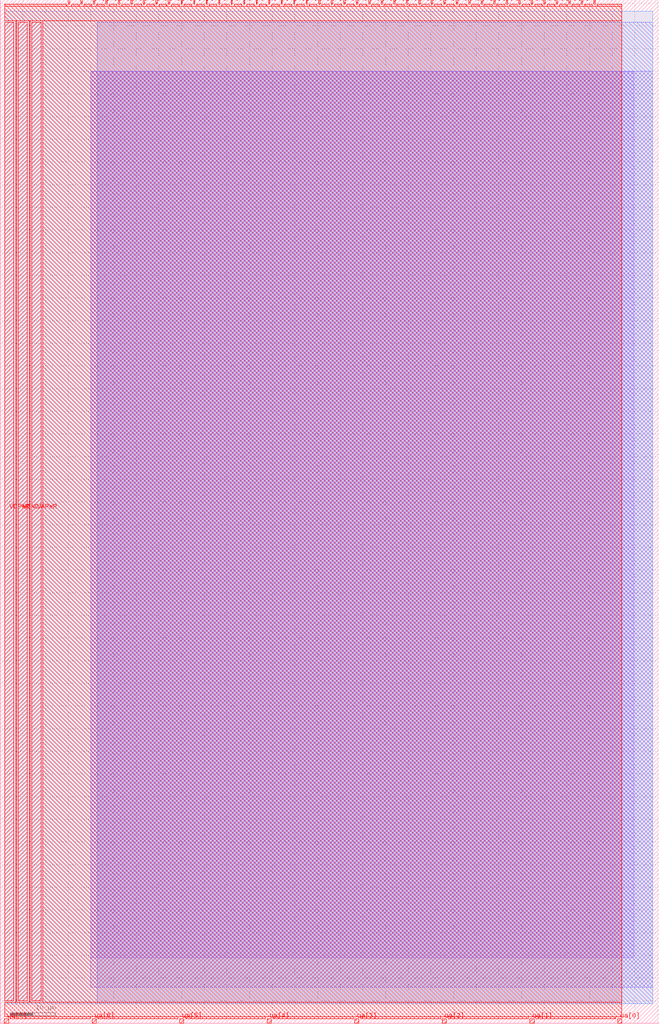
<source format=lef>
VERSION 5.7 ;
  NOWIREEXTENSIONATPIN ON ;
  DIVIDERCHAR "/" ;
  BUSBITCHARS "[]" ;
MACRO tt_um_mattvenn_r2r_dac_3v3
  CLASS BLOCK ;
  FOREIGN tt_um_mattvenn_r2r_dac_3v3 ;
  ORIGIN 0.000 0.000 ;
  SIZE 145.360 BY 225.760 ;
  PIN clk
    DIRECTION INPUT ;
    USE SIGNAL ;
    ANTENNAGATEAREA 0.852000 ;
    PORT
      LAYER met4 ;
        RECT 128.190 224.760 128.490 225.760 ;
    END
  END clk
  PIN ena
    DIRECTION INPUT ;
    USE SIGNAL ;
    PORT
      LAYER met4 ;
        RECT 130.950 224.760 131.250 225.760 ;
    END
  END ena
  PIN rst_n
    DIRECTION INPUT ;
    USE SIGNAL ;
    ANTENNAGATEAREA 0.196500 ;
    PORT
      LAYER met4 ;
        RECT 125.430 224.760 125.730 225.760 ;
    END
  END rst_n
  PIN ua[0]
    DIRECTION INOUT ;
    USE SIGNAL ;
    PORT
      LAYER met4 ;
        RECT 136.170 0.000 137.070 1.000 ;
    END
  END ua[0]
  PIN ua[1]
    DIRECTION INOUT ;
    USE SIGNAL ;
    PORT
      LAYER met4 ;
        RECT 116.850 0.000 117.750 1.000 ;
    END
  END ua[1]
  PIN ua[2]
    DIRECTION INOUT ;
    USE SIGNAL ;
    PORT
      LAYER met4 ;
        RECT 97.530 0.000 98.430 1.000 ;
    END
  END ua[2]
  PIN ua[3]
    DIRECTION INOUT ;
    USE SIGNAL ;
    PORT
      LAYER met4 ;
        RECT 78.210 0.000 79.110 1.000 ;
    END
  END ua[3]
  PIN ua[4]
    DIRECTION INOUT ;
    USE SIGNAL ;
    PORT
      LAYER met4 ;
        RECT 58.890 0.000 59.790 1.000 ;
    END
  END ua[4]
  PIN ua[5]
    DIRECTION INOUT ;
    USE SIGNAL ;
    PORT
      LAYER met4 ;
        RECT 39.570 0.000 40.470 1.000 ;
    END
  END ua[5]
  PIN ua[6]
    DIRECTION INOUT ;
    USE SIGNAL ;
    PORT
      LAYER met4 ;
        RECT 20.250 0.000 21.150 1.000 ;
    END
  END ua[6]
  PIN ua[7]
    DIRECTION INOUT ;
    USE SIGNAL ;
    PORT
      LAYER met4 ;
        RECT 0.930 0.000 1.830 1.000 ;
    END
  END ua[7]
  PIN ui_in[0]
    DIRECTION INPUT ;
    USE SIGNAL ;
    ANTENNAGATEAREA 0.196500 ;
    PORT
      LAYER met4 ;
        RECT 122.670 224.760 122.970 225.760 ;
    END
  END ui_in[0]
  PIN ui_in[1]
    DIRECTION INPUT ;
    USE SIGNAL ;
    ANTENNAGATEAREA 0.196500 ;
    PORT
      LAYER met4 ;
        RECT 119.910 224.760 120.210 225.760 ;
    END
  END ui_in[1]
  PIN ui_in[2]
    DIRECTION INPUT ;
    USE SIGNAL ;
    ANTENNAGATEAREA 0.196500 ;
    PORT
      LAYER met4 ;
        RECT 117.150 224.760 117.450 225.760 ;
    END
  END ui_in[2]
  PIN ui_in[3]
    DIRECTION INPUT ;
    USE SIGNAL ;
    ANTENNAGATEAREA 0.196500 ;
    PORT
      LAYER met4 ;
        RECT 114.390 224.760 114.690 225.760 ;
    END
  END ui_in[3]
  PIN ui_in[4]
    DIRECTION INPUT ;
    USE SIGNAL ;
    ANTENNAGATEAREA 0.196500 ;
    PORT
      LAYER met4 ;
        RECT 111.630 224.760 111.930 225.760 ;
    END
  END ui_in[4]
  PIN ui_in[5]
    DIRECTION INPUT ;
    USE SIGNAL ;
    ANTENNAGATEAREA 0.196500 ;
    PORT
      LAYER met4 ;
        RECT 108.870 224.760 109.170 225.760 ;
    END
  END ui_in[5]
  PIN ui_in[6]
    DIRECTION INPUT ;
    USE SIGNAL ;
    ANTENNAGATEAREA 0.196500 ;
    PORT
      LAYER met4 ;
        RECT 106.110 224.760 106.410 225.760 ;
    END
  END ui_in[6]
  PIN ui_in[7]
    DIRECTION INPUT ;
    USE SIGNAL ;
    ANTENNAGATEAREA 0.196500 ;
    PORT
      LAYER met4 ;
        RECT 103.350 224.760 103.650 225.760 ;
    END
  END ui_in[7]
  PIN uio_in[0]
    DIRECTION INPUT ;
    USE SIGNAL ;
    ANTENNAGATEAREA 0.196500 ;
    PORT
      LAYER met4 ;
        RECT 100.590 224.760 100.890 225.760 ;
    END
  END uio_in[0]
  PIN uio_in[1]
    DIRECTION INPUT ;
    USE SIGNAL ;
    ANTENNAGATEAREA 0.126000 ;
    PORT
      LAYER met4 ;
        RECT 97.830 224.760 98.130 225.760 ;
    END
  END uio_in[1]
  PIN uio_in[2]
    DIRECTION INPUT ;
    USE SIGNAL ;
    PORT
      LAYER met4 ;
        RECT 95.070 224.760 95.370 225.760 ;
    END
  END uio_in[2]
  PIN uio_in[3]
    DIRECTION INPUT ;
    USE SIGNAL ;
    PORT
      LAYER met4 ;
        RECT 92.310 224.760 92.610 225.760 ;
    END
  END uio_in[3]
  PIN uio_in[4]
    DIRECTION INPUT ;
    USE SIGNAL ;
    PORT
      LAYER met4 ;
        RECT 89.550 224.760 89.850 225.760 ;
    END
  END uio_in[4]
  PIN uio_in[5]
    DIRECTION INPUT ;
    USE SIGNAL ;
    PORT
      LAYER met4 ;
        RECT 86.790 224.760 87.090 225.760 ;
    END
  END uio_in[5]
  PIN uio_in[6]
    DIRECTION INPUT ;
    USE SIGNAL ;
    PORT
      LAYER met4 ;
        RECT 84.030 224.760 84.330 225.760 ;
    END
  END uio_in[6]
  PIN uio_in[7]
    DIRECTION INPUT ;
    USE SIGNAL ;
    PORT
      LAYER met4 ;
        RECT 81.270 224.760 81.570 225.760 ;
    END
  END uio_in[7]
  PIN uio_oe[0]
    DIRECTION OUTPUT ;
    USE SIGNAL ;
    ANTENNAGATEAREA 1615.581299 ;
    ANTENNADIFFAREA 398.181396 ;
    PORT
      LAYER met4 ;
        RECT 34.350 224.760 34.650 225.760 ;
    END
  END uio_oe[0]
  PIN uio_oe[1]
    DIRECTION OUTPUT ;
    USE SIGNAL ;
    ANTENNAGATEAREA 1615.581299 ;
    ANTENNADIFFAREA 398.181396 ;
    PORT
      LAYER met4 ;
        RECT 31.590 224.760 31.890 225.760 ;
    END
  END uio_oe[1]
  PIN uio_oe[2]
    DIRECTION OUTPUT ;
    USE SIGNAL ;
    ANTENNAGATEAREA 1615.581299 ;
    ANTENNADIFFAREA 398.181396 ;
    PORT
      LAYER met4 ;
        RECT 28.830 224.760 29.130 225.760 ;
    END
  END uio_oe[2]
  PIN uio_oe[3]
    DIRECTION OUTPUT ;
    USE SIGNAL ;
    ANTENNAGATEAREA 1615.581299 ;
    ANTENNADIFFAREA 398.181396 ;
    PORT
      LAYER met4 ;
        RECT 26.070 224.760 26.370 225.760 ;
    END
  END uio_oe[3]
  PIN uio_oe[4]
    DIRECTION OUTPUT ;
    USE SIGNAL ;
    ANTENNAGATEAREA 1615.581299 ;
    ANTENNADIFFAREA 398.181396 ;
    PORT
      LAYER met4 ;
        RECT 23.310 224.760 23.610 225.760 ;
    END
  END uio_oe[4]
  PIN uio_oe[5]
    DIRECTION OUTPUT ;
    USE SIGNAL ;
    ANTENNAGATEAREA 1615.581299 ;
    ANTENNADIFFAREA 398.181396 ;
    PORT
      LAYER met4 ;
        RECT 20.550 224.760 20.850 225.760 ;
    END
  END uio_oe[5]
  PIN uio_oe[6]
    DIRECTION OUTPUT ;
    USE SIGNAL ;
    ANTENNAGATEAREA 1615.581299 ;
    ANTENNADIFFAREA 398.181396 ;
    PORT
      LAYER met4 ;
        RECT 17.790 224.760 18.090 225.760 ;
    END
  END uio_oe[6]
  PIN uio_oe[7]
    DIRECTION OUTPUT ;
    USE SIGNAL ;
    ANTENNAGATEAREA 1615.581299 ;
    ANTENNADIFFAREA 398.181396 ;
    PORT
      LAYER met4 ;
        RECT 15.030 224.760 15.330 225.760 ;
    END
  END uio_oe[7]
  PIN uio_out[0]
    DIRECTION OUTPUT ;
    USE SIGNAL ;
    ANTENNAGATEAREA 1615.581299 ;
    ANTENNADIFFAREA 398.181396 ;
    PORT
      LAYER met4 ;
        RECT 56.430 224.760 56.730 225.760 ;
    END
  END uio_out[0]
  PIN uio_out[1]
    DIRECTION OUTPUT ;
    USE SIGNAL ;
    ANTENNAGATEAREA 1615.581299 ;
    ANTENNADIFFAREA 398.181396 ;
    PORT
      LAYER met4 ;
        RECT 53.670 224.760 53.970 225.760 ;
    END
  END uio_out[1]
  PIN uio_out[2]
    DIRECTION OUTPUT ;
    USE SIGNAL ;
    ANTENNAGATEAREA 1615.581299 ;
    ANTENNADIFFAREA 398.181396 ;
    PORT
      LAYER met4 ;
        RECT 50.910 224.760 51.210 225.760 ;
    END
  END uio_out[2]
  PIN uio_out[3]
    DIRECTION OUTPUT ;
    USE SIGNAL ;
    ANTENNAGATEAREA 1615.581299 ;
    ANTENNADIFFAREA 398.181396 ;
    PORT
      LAYER met4 ;
        RECT 48.150 224.760 48.450 225.760 ;
    END
  END uio_out[3]
  PIN uio_out[4]
    DIRECTION OUTPUT ;
    USE SIGNAL ;
    ANTENNAGATEAREA 1615.581299 ;
    ANTENNADIFFAREA 398.181396 ;
    PORT
      LAYER met4 ;
        RECT 45.390 224.760 45.690 225.760 ;
    END
  END uio_out[4]
  PIN uio_out[5]
    DIRECTION OUTPUT ;
    USE SIGNAL ;
    ANTENNAGATEAREA 1615.581299 ;
    ANTENNADIFFAREA 398.181396 ;
    PORT
      LAYER met4 ;
        RECT 42.630 224.760 42.930 225.760 ;
    END
  END uio_out[5]
  PIN uio_out[6]
    DIRECTION OUTPUT ;
    USE SIGNAL ;
    ANTENNAGATEAREA 1615.581299 ;
    ANTENNADIFFAREA 398.181396 ;
    PORT
      LAYER met4 ;
        RECT 39.870 224.760 40.170 225.760 ;
    END
  END uio_out[6]
  PIN uio_out[7]
    DIRECTION OUTPUT ;
    USE SIGNAL ;
    ANTENNAGATEAREA 1615.581299 ;
    ANTENNADIFFAREA 398.181396 ;
    PORT
      LAYER met4 ;
        RECT 37.110 224.760 37.410 225.760 ;
    END
  END uio_out[7]
  PIN uo_out[0]
    DIRECTION OUTPUT ;
    USE SIGNAL ;
    ANTENNAGATEAREA 1615.581299 ;
    ANTENNADIFFAREA 398.181396 ;
    PORT
      LAYER met4 ;
        RECT 78.510 224.760 78.810 225.760 ;
    END
  END uo_out[0]
  PIN uo_out[1]
    DIRECTION OUTPUT ;
    USE SIGNAL ;
    ANTENNAGATEAREA 1615.581299 ;
    ANTENNADIFFAREA 398.181396 ;
    PORT
      LAYER met4 ;
        RECT 75.750 224.760 76.050 225.760 ;
    END
  END uo_out[1]
  PIN uo_out[2]
    DIRECTION OUTPUT ;
    USE SIGNAL ;
    ANTENNAGATEAREA 1615.581299 ;
    ANTENNADIFFAREA 398.181396 ;
    PORT
      LAYER met4 ;
        RECT 72.990 224.760 73.290 225.760 ;
    END
  END uo_out[2]
  PIN uo_out[3]
    DIRECTION OUTPUT ;
    USE SIGNAL ;
    ANTENNAGATEAREA 1615.581299 ;
    ANTENNADIFFAREA 398.181396 ;
    PORT
      LAYER met4 ;
        RECT 70.230 224.760 70.530 225.760 ;
    END
  END uo_out[3]
  PIN uo_out[4]
    DIRECTION OUTPUT ;
    USE SIGNAL ;
    ANTENNAGATEAREA 1615.581299 ;
    ANTENNADIFFAREA 398.181396 ;
    PORT
      LAYER met4 ;
        RECT 67.470 224.760 67.770 225.760 ;
    END
  END uo_out[4]
  PIN uo_out[5]
    DIRECTION OUTPUT ;
    USE SIGNAL ;
    ANTENNAGATEAREA 1615.581299 ;
    ANTENNADIFFAREA 398.181396 ;
    PORT
      LAYER met4 ;
        RECT 64.710 224.760 65.010 225.760 ;
    END
  END uo_out[5]
  PIN uo_out[6]
    DIRECTION OUTPUT ;
    USE SIGNAL ;
    ANTENNAGATEAREA 1615.581299 ;
    ANTENNADIFFAREA 398.181396 ;
    PORT
      LAYER met4 ;
        RECT 61.950 224.760 62.250 225.760 ;
    END
  END uo_out[6]
  PIN uo_out[7]
    DIRECTION OUTPUT ;
    USE SIGNAL ;
    ANTENNAGATEAREA 1615.581299 ;
    ANTENNADIFFAREA 398.181396 ;
    PORT
      LAYER met4 ;
        RECT 59.190 224.760 59.490 225.760 ;
    END
  END uo_out[7]
  PIN VDPWR
    DIRECTION INOUT ;
    USE POWER ;
    PORT
      LAYER met4 ;
        RECT 1.000 5.000 3.000 220.760 ;
    END
  END VDPWR
  PIN VGND
    DIRECTION INOUT ;
    USE GROUND ;
    PORT
      LAYER met4 ;
        RECT 4.000 5.000 6.000 220.760 ;
    END
  END VGND
  PIN VAPWR
    DIRECTION INOUT ;
    USE POWER ;
    PORT
      LAYER met4 ;
        RECT 7.000 5.000 9.000 220.760 ;
    END
  END VAPWR
  OBS
      LAYER li1 ;
        RECT 19.925 14.490 139.780 209.865 ;
      LAYER met1 ;
        RECT 19.925 7.890 143.975 210.020 ;
      LAYER met2 ;
        RECT 21.395 4.330 143.880 220.805 ;
      LAYER met3 ;
        RECT 0.960 4.325 143.880 223.190 ;
      LAYER met4 ;
        RECT 0.985 224.360 14.630 224.760 ;
        RECT 15.730 224.360 17.390 224.760 ;
        RECT 18.490 224.360 20.150 224.760 ;
        RECT 21.250 224.360 22.910 224.760 ;
        RECT 24.010 224.360 25.670 224.760 ;
        RECT 26.770 224.360 28.430 224.760 ;
        RECT 29.530 224.360 31.190 224.760 ;
        RECT 32.290 224.360 33.950 224.760 ;
        RECT 35.050 224.360 36.710 224.760 ;
        RECT 37.810 224.360 39.470 224.760 ;
        RECT 40.570 224.360 42.230 224.760 ;
        RECT 43.330 224.360 44.990 224.760 ;
        RECT 46.090 224.360 47.750 224.760 ;
        RECT 48.850 224.360 50.510 224.760 ;
        RECT 51.610 224.360 53.270 224.760 ;
        RECT 54.370 224.360 56.030 224.760 ;
        RECT 57.130 224.360 58.790 224.760 ;
        RECT 59.890 224.360 61.550 224.760 ;
        RECT 62.650 224.360 64.310 224.760 ;
        RECT 65.410 224.360 67.070 224.760 ;
        RECT 68.170 224.360 69.830 224.760 ;
        RECT 70.930 224.360 72.590 224.760 ;
        RECT 73.690 224.360 75.350 224.760 ;
        RECT 76.450 224.360 78.110 224.760 ;
        RECT 79.210 224.360 80.870 224.760 ;
        RECT 81.970 224.360 83.630 224.760 ;
        RECT 84.730 224.360 86.390 224.760 ;
        RECT 87.490 224.360 89.150 224.760 ;
        RECT 90.250 224.360 91.910 224.760 ;
        RECT 93.010 224.360 94.670 224.760 ;
        RECT 95.770 224.360 97.430 224.760 ;
        RECT 98.530 224.360 100.190 224.760 ;
        RECT 101.290 224.360 102.950 224.760 ;
        RECT 104.050 224.360 105.710 224.760 ;
        RECT 106.810 224.360 108.470 224.760 ;
        RECT 109.570 224.360 111.230 224.760 ;
        RECT 112.330 224.360 113.990 224.760 ;
        RECT 115.090 224.360 116.750 224.760 ;
        RECT 117.850 224.360 119.510 224.760 ;
        RECT 120.610 224.360 122.270 224.760 ;
        RECT 123.370 224.360 125.030 224.760 ;
        RECT 126.130 224.360 127.790 224.760 ;
        RECT 128.890 224.360 130.550 224.760 ;
        RECT 131.650 224.360 137.070 224.760 ;
        RECT 0.985 221.160 137.070 224.360 ;
        RECT 3.400 4.600 3.600 221.160 ;
        RECT 6.400 4.600 6.600 221.160 ;
        RECT 9.400 4.600 137.070 221.160 ;
        RECT 0.985 1.400 137.070 4.600 ;
        RECT 2.230 1.000 19.850 1.400 ;
        RECT 21.550 1.000 39.170 1.400 ;
        RECT 40.870 1.000 58.490 1.400 ;
        RECT 60.190 1.000 77.810 1.400 ;
        RECT 79.510 1.000 97.130 1.400 ;
        RECT 98.830 1.000 116.450 1.400 ;
        RECT 118.150 1.000 135.770 1.400 ;
  END
END tt_um_mattvenn_r2r_dac_3v3
END LIBRARY


</source>
